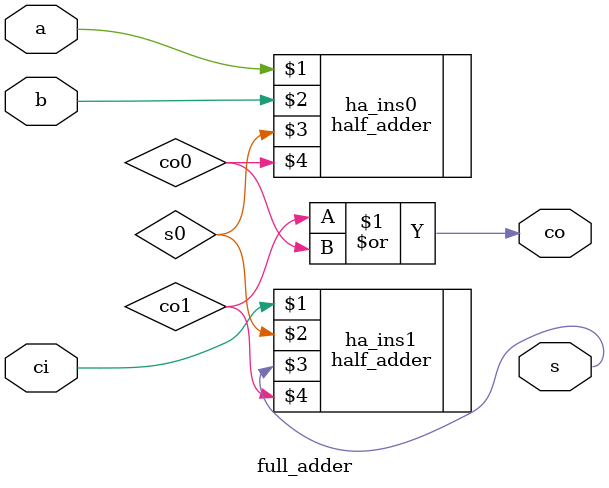
<source format=v>
module full_adder (
	input wire a,
	input wire b,
	input wire ci,
	output wire s,
	output wire co
);
	wire co1, co0, s0;
	half_adder ha_ins0 (
		a, b, s0, co0
	);
	half_adder ha_ins1 (
		ci, s0, s, co1
	);
	assign co = co1 | co0;

endmodule

</source>
